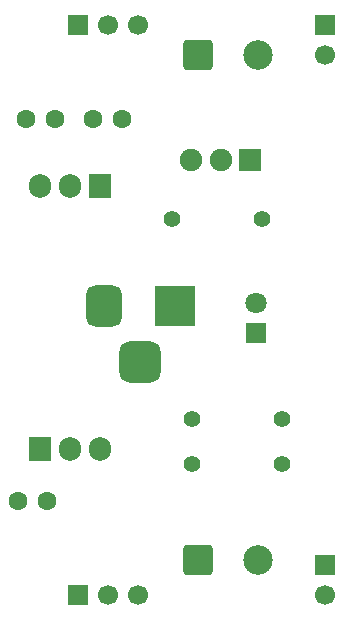
<source format=gts>
%TF.GenerationSoftware,KiCad,Pcbnew,9.0.5*%
%TF.CreationDate,2025-11-24T13:01:10-08:00*%
%TF.ProjectId,project2_breadboard_power_supply,70726f6a-6563-4743-925f-627265616462,rev?*%
%TF.SameCoordinates,Original*%
%TF.FileFunction,Soldermask,Top*%
%TF.FilePolarity,Negative*%
%FSLAX46Y46*%
G04 Gerber Fmt 4.6, Leading zero omitted, Abs format (unit mm)*
G04 Created by KiCad (PCBNEW 9.0.5) date 2025-11-24 13:01:10*
%MOMM*%
%LPD*%
G01*
G04 APERTURE LIST*
G04 Aperture macros list*
%AMRoundRect*
0 Rectangle with rounded corners*
0 $1 Rounding radius*
0 $2 $3 $4 $5 $6 $7 $8 $9 X,Y pos of 4 corners*
0 Add a 4 corners polygon primitive as box body*
4,1,4,$2,$3,$4,$5,$6,$7,$8,$9,$2,$3,0*
0 Add four circle primitives for the rounded corners*
1,1,$1+$1,$2,$3*
1,1,$1+$1,$4,$5*
1,1,$1+$1,$6,$7*
1,1,$1+$1,$8,$9*
0 Add four rect primitives between the rounded corners*
20,1,$1+$1,$2,$3,$4,$5,0*
20,1,$1+$1,$4,$5,$6,$7,0*
20,1,$1+$1,$6,$7,$8,$9,0*
20,1,$1+$1,$8,$9,$2,$3,0*%
G04 Aperture macros list end*
%ADD10R,1.800000X1.800000*%
%ADD11C,1.800000*%
%ADD12C,1.600000*%
%ADD13R,1.700000X1.700000*%
%ADD14C,1.700000*%
%ADD15C,1.400000*%
%ADD16RoundRect,0.250000X-1.000000X-1.000000X1.000000X-1.000000X1.000000X1.000000X-1.000000X1.000000X0*%
%ADD17C,2.500000*%
%ADD18R,3.500000X3.500000*%
%ADD19RoundRect,0.750000X-0.750000X-1.000000X0.750000X-1.000000X0.750000X1.000000X-0.750000X1.000000X0*%
%ADD20RoundRect,0.875000X-0.875000X-0.875000X0.875000X-0.875000X0.875000X0.875000X-0.875000X0.875000X0*%
%ADD21R,1.905000X2.000000*%
%ADD22O,1.905000X2.000000*%
%ADD23R,1.900000X1.900000*%
%ADD24C,1.900000*%
G04 APERTURE END LIST*
D10*
%TO.C,D1*%
X164305000Y-114300000D03*
D11*
X164305000Y-111760000D03*
%TD*%
D12*
%TO.C,C2*%
X146640000Y-128587500D03*
X144140000Y-128587500D03*
%TD*%
D13*
%TO.C,J3*%
X149220000Y-88260000D03*
D14*
X151760000Y-88260000D03*
X154300000Y-88260000D03*
%TD*%
D15*
%TO.C,R2*%
X166565000Y-125412500D03*
X158945000Y-125412500D03*
%TD*%
%TO.C,R1*%
X157226000Y-104648000D03*
X164846000Y-104648000D03*
%TD*%
D12*
%TO.C,C1*%
X152990000Y-96202500D03*
X150490000Y-96202500D03*
%TD*%
%TO.C,C3*%
X147315000Y-96202500D03*
X144815000Y-96202500D03*
%TD*%
D13*
%TO.C,J6*%
X170180000Y-133980000D03*
D14*
X170180000Y-136520000D03*
%TD*%
D16*
%TO.C,J2*%
X159385000Y-90805000D03*
D17*
X164465000Y-90805000D03*
%TD*%
D18*
%TO.C,J1*%
X157460000Y-112077500D03*
D19*
X151460000Y-112077500D03*
D20*
X154460000Y-116777500D03*
%TD*%
D13*
%TO.C,J4*%
X170180000Y-88260000D03*
D14*
X170180000Y-90800000D03*
%TD*%
D15*
%TO.C,R3*%
X158945000Y-121602500D03*
X166565000Y-121602500D03*
%TD*%
D21*
%TO.C,U2*%
X151125000Y-101917500D03*
D22*
X148585000Y-101917500D03*
X146045000Y-101917500D03*
%TD*%
D16*
%TO.C,J5*%
X159385000Y-133540000D03*
D17*
X164465000Y-133540000D03*
%TD*%
D23*
%TO.C,S1*%
X163845000Y-99695000D03*
D24*
X161345000Y-99695000D03*
X158845000Y-99695000D03*
%TD*%
D13*
%TO.C,J7*%
X149225000Y-136535000D03*
D14*
X151765000Y-136535000D03*
X154305000Y-136535000D03*
%TD*%
D21*
%TO.C,U1*%
X146045000Y-124142500D03*
D22*
X148585000Y-124142500D03*
X151125000Y-124142500D03*
%TD*%
M02*

</source>
